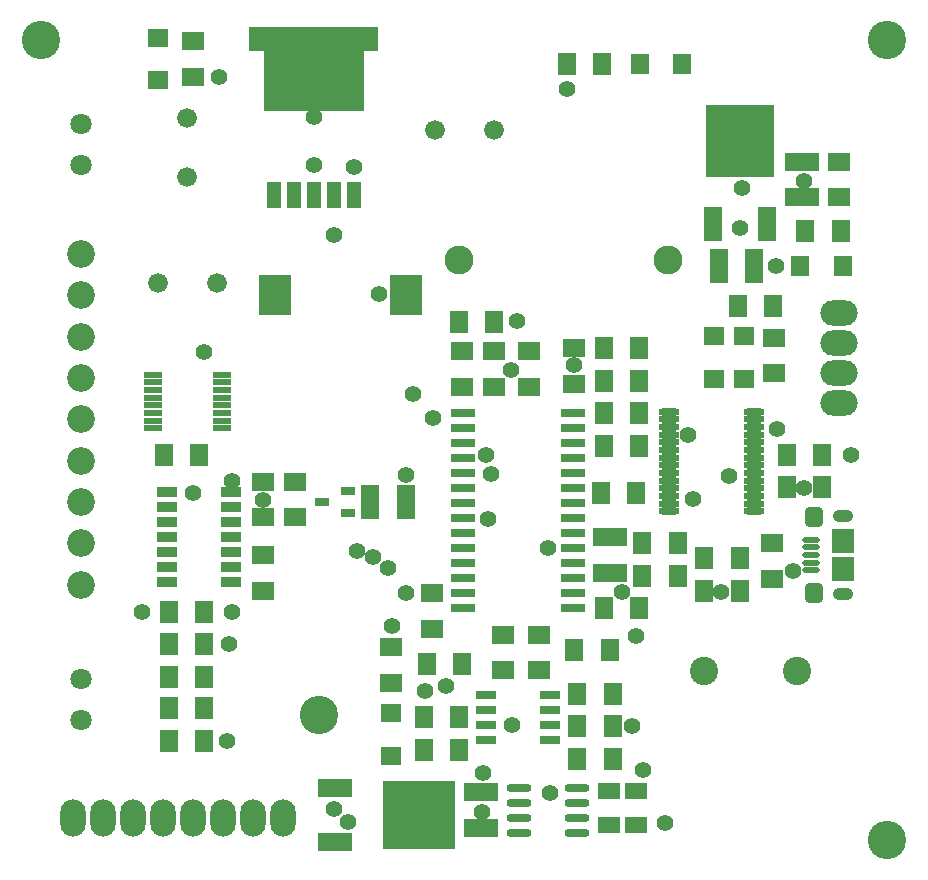
<source format=gts>
G04*
G04 #@! TF.GenerationSoftware,Altium Limited,Altium Designer,21.1.1 (26)*
G04*
G04 Layer_Color=8388736*
%FSLAX25Y25*%
%MOIN*%
G70*
G04*
G04 #@! TF.SameCoordinates,8F0E7BDE-0208-4869-AEA5-3AB6D08E33FE*
G04*
G04*
G04 #@! TF.FilePolarity,Negative*
G04*
G01*
G75*
%ADD17R,0.06496X0.06890*%
%ADD18R,0.07677X0.06102*%
%ADD19R,0.06102X0.07677*%
%ADD20R,0.11221X0.06102*%
%ADD21O,0.05906X0.02165*%
%ADD22R,0.07677X0.08071*%
G04:AMPARAMS|DCode=23|XSize=68.9mil|YSize=61.02mil|CornerRadius=16.73mil|HoleSize=0mil|Usage=FLASHONLY|Rotation=270.000|XOffset=0mil|YOffset=0mil|HoleType=Round|Shape=RoundedRectangle|*
%AMROUNDEDRECTD23*
21,1,0.06890,0.02756,0,0,270.0*
21,1,0.03543,0.06102,0,0,270.0*
1,1,0.03347,-0.01378,-0.01772*
1,1,0.03347,-0.01378,0.01772*
1,1,0.03347,0.01378,0.01772*
1,1,0.03347,0.01378,-0.01772*
%
%ADD23ROUNDEDRECTD23*%
%ADD24R,0.06102X0.11221*%
%ADD25R,0.04724X0.02953*%
%ADD26R,0.04606X0.09095*%
%ADD27R,0.33386X0.28110*%
%ADD28R,0.05453X0.08110*%
%ADD29R,0.07874X0.03150*%
%ADD30R,0.07677X0.05709*%
%ADD31R,0.24410X0.22835*%
%ADD32R,0.11811X0.06299*%
%ADD33O,0.08386X0.02677*%
%ADD34R,0.22835X0.24410*%
%ADD35R,0.06890X0.06496*%
%ADD36O,0.07087X0.02362*%
%ADD37R,0.06594X0.03150*%
%ADD38R,0.06299X0.11811*%
%ADD39R,0.10827X0.13189*%
%ADD40R,0.06693X0.03347*%
%ADD41R,0.06398X0.02362*%
%ADD42C,0.07087*%
%ADD43C,0.09449*%
%ADD44O,0.06890X0.04134*%
%ADD45C,0.06591*%
%ADD46C,0.09252*%
%ADD47C,0.12795*%
%ADD48O,0.08465X0.12402*%
%ADD49O,0.12402X0.08465*%
%ADD50C,0.09646*%
%ADD51C,0.05591*%
D17*
X421201Y441772D02*
D03*
X407028D02*
D03*
X460571Y374449D02*
D03*
X474744D02*
D03*
D18*
X385177Y335079D02*
D03*
Y346890D02*
D03*
X370079Y345905D02*
D03*
Y334095D02*
D03*
X473563Y409094D02*
D03*
Y397284D02*
D03*
X347776Y334095D02*
D03*
Y345905D02*
D03*
X358602Y334095D02*
D03*
Y345905D02*
D03*
X451122Y281929D02*
D03*
Y270118D02*
D03*
X451909Y338622D02*
D03*
Y350433D02*
D03*
X337933Y265197D02*
D03*
Y253386D02*
D03*
X373366Y251417D02*
D03*
Y239606D02*
D03*
X361555Y251417D02*
D03*
Y239606D02*
D03*
X324016Y235433D02*
D03*
Y247244D02*
D03*
X258209Y449252D02*
D03*
Y437441D02*
D03*
X281437Y290591D02*
D03*
Y302402D02*
D03*
Y266181D02*
D03*
Y277992D02*
D03*
X292067Y290591D02*
D03*
Y302402D02*
D03*
D19*
X456043Y311457D02*
D03*
X467854D02*
D03*
X428484Y277008D02*
D03*
X440295D02*
D03*
X419626Y281929D02*
D03*
X407815D02*
D03*
X394035Y298661D02*
D03*
X405847D02*
D03*
X382618Y441772D02*
D03*
X394429D02*
D03*
X473957Y385866D02*
D03*
X462146D02*
D03*
X397972Y210079D02*
D03*
X386161D02*
D03*
X358602Y355748D02*
D03*
X346791D02*
D03*
X440295Y266181D02*
D03*
X428484D02*
D03*
X456043Y300630D02*
D03*
X467854D02*
D03*
X406831Y336063D02*
D03*
X395020D02*
D03*
X406831Y325236D02*
D03*
X395020D02*
D03*
Y260276D02*
D03*
X406831D02*
D03*
X407815Y271102D02*
D03*
X419626D02*
D03*
X439705Y361063D02*
D03*
X451516D02*
D03*
X406831Y346890D02*
D03*
X395020D02*
D03*
X406831Y314409D02*
D03*
X395020D02*
D03*
X346791Y213032D02*
D03*
X334980D02*
D03*
Y223858D02*
D03*
X346791D02*
D03*
X397972Y231732D02*
D03*
X386161D02*
D03*
X397972Y220905D02*
D03*
X386161D02*
D03*
X347776Y241575D02*
D03*
X335965D02*
D03*
X385177Y246496D02*
D03*
X396988D02*
D03*
X261752Y226972D02*
D03*
X249941D02*
D03*
Y259095D02*
D03*
X261752D02*
D03*
X249941Y248304D02*
D03*
X261752D02*
D03*
Y216181D02*
D03*
X249941D02*
D03*
Y237513D02*
D03*
X261752D02*
D03*
X260177Y311457D02*
D03*
X248366D02*
D03*
D20*
X396988Y283898D02*
D03*
Y272087D02*
D03*
X460965Y409094D02*
D03*
Y397284D02*
D03*
X354272Y198858D02*
D03*
Y187047D02*
D03*
D21*
X464213Y280551D02*
D03*
Y283110D02*
D03*
Y272874D02*
D03*
Y275433D02*
D03*
Y277992D02*
D03*
D22*
X474744Y273268D02*
D03*
Y282716D02*
D03*
D23*
X465098Y265394D02*
D03*
Y290591D02*
D03*
D24*
X317264Y295709D02*
D03*
X329075D02*
D03*
X433405Y374449D02*
D03*
X445217D02*
D03*
D25*
X301122Y295709D02*
D03*
X309784Y299449D02*
D03*
Y291968D02*
D03*
D26*
X284980Y398071D02*
D03*
X291673D02*
D03*
X298366D02*
D03*
X305059D02*
D03*
X311752D02*
D03*
D27*
X298366Y440098D02*
D03*
D28*
X317195Y450098D02*
D03*
X279537D02*
D03*
D29*
X348071Y325256D02*
D03*
Y320256D02*
D03*
Y315256D02*
D03*
Y310256D02*
D03*
Y305256D02*
D03*
Y300256D02*
D03*
Y295256D02*
D03*
Y290256D02*
D03*
Y285256D02*
D03*
Y280256D02*
D03*
Y275256D02*
D03*
Y270256D02*
D03*
Y265256D02*
D03*
Y260256D02*
D03*
X384882D02*
D03*
Y265256D02*
D03*
Y270256D02*
D03*
Y275256D02*
D03*
Y280256D02*
D03*
Y285256D02*
D03*
Y290256D02*
D03*
Y295256D02*
D03*
Y300256D02*
D03*
Y305256D02*
D03*
Y310256D02*
D03*
Y315256D02*
D03*
Y320256D02*
D03*
Y325256D02*
D03*
D30*
X405847Y188031D02*
D03*
Y199449D02*
D03*
X396693Y187933D02*
D03*
Y199350D02*
D03*
D31*
X333366Y191378D02*
D03*
D32*
X305453Y200374D02*
D03*
Y182382D02*
D03*
D33*
X386024Y185453D02*
D03*
Y190453D02*
D03*
Y195453D02*
D03*
Y200453D02*
D03*
X366614Y185453D02*
D03*
Y190453D02*
D03*
Y195453D02*
D03*
Y200453D02*
D03*
D34*
X440551Y416142D02*
D03*
D35*
X441772Y351024D02*
D03*
Y336850D02*
D03*
X431732Y350925D02*
D03*
Y336752D02*
D03*
X324016Y225197D02*
D03*
Y211024D02*
D03*
X246398Y436260D02*
D03*
Y450433D02*
D03*
D36*
X445217Y292559D02*
D03*
Y295118D02*
D03*
Y297677D02*
D03*
Y300236D02*
D03*
Y302795D02*
D03*
Y305354D02*
D03*
Y307913D02*
D03*
Y310472D02*
D03*
Y313032D02*
D03*
Y315591D02*
D03*
Y318150D02*
D03*
Y320709D02*
D03*
Y323268D02*
D03*
Y325827D02*
D03*
X416673Y292559D02*
D03*
Y295118D02*
D03*
Y297677D02*
D03*
Y300236D02*
D03*
Y302795D02*
D03*
Y305354D02*
D03*
Y307913D02*
D03*
Y310472D02*
D03*
Y313032D02*
D03*
Y315591D02*
D03*
Y318150D02*
D03*
Y320709D02*
D03*
Y323268D02*
D03*
Y325827D02*
D03*
D37*
X377153Y216358D02*
D03*
Y221358D02*
D03*
Y226358D02*
D03*
Y231358D02*
D03*
X355799D02*
D03*
Y226358D02*
D03*
Y221358D02*
D03*
Y216358D02*
D03*
D38*
X431555Y388228D02*
D03*
X449547D02*
D03*
D39*
X329272Y364606D02*
D03*
X285571D02*
D03*
D40*
X249449Y268898D02*
D03*
Y273898D02*
D03*
Y278898D02*
D03*
Y283898D02*
D03*
Y288898D02*
D03*
Y293898D02*
D03*
Y298898D02*
D03*
X270905D02*
D03*
Y293898D02*
D03*
Y288898D02*
D03*
Y283898D02*
D03*
Y278898D02*
D03*
Y273898D02*
D03*
Y268898D02*
D03*
D41*
X267807Y320216D02*
D03*
Y322776D02*
D03*
Y325335D02*
D03*
Y327894D02*
D03*
Y330453D02*
D03*
Y333012D02*
D03*
Y335571D02*
D03*
Y338130D02*
D03*
X244673D02*
D03*
Y335571D02*
D03*
Y333012D02*
D03*
Y330453D02*
D03*
Y327894D02*
D03*
Y325335D02*
D03*
Y322776D02*
D03*
Y320216D02*
D03*
D42*
X220807Y222874D02*
D03*
Y236653D02*
D03*
Y421693D02*
D03*
Y407913D02*
D03*
D43*
X428484Y239213D02*
D03*
X459587D02*
D03*
D44*
X474744Y265000D02*
D03*
Y290984D02*
D03*
D45*
X358602Y419724D02*
D03*
X338917D02*
D03*
X246398Y368543D02*
D03*
X266083D02*
D03*
X256240Y423661D02*
D03*
Y403976D02*
D03*
D46*
X220807Y378386D02*
D03*
Y364606D02*
D03*
Y350827D02*
D03*
Y337047D02*
D03*
Y323268D02*
D03*
Y309488D02*
D03*
Y295709D02*
D03*
Y281929D02*
D03*
Y268150D02*
D03*
D47*
X300000Y224803D02*
D03*
X489370Y449606D02*
D03*
X207538D02*
D03*
X489370Y183071D02*
D03*
D48*
X268209Y190197D02*
D03*
X258209D02*
D03*
X248209D02*
D03*
X228209D02*
D03*
X288209D02*
D03*
X218209D02*
D03*
X238209D02*
D03*
X278209D02*
D03*
D49*
X473563Y338740D02*
D03*
Y358740D02*
D03*
Y328740D02*
D03*
Y348740D02*
D03*
D50*
X346791Y376417D02*
D03*
X416516D02*
D03*
D51*
X434252Y265748D02*
D03*
X423228Y318110D02*
D03*
X366142Y355906D02*
D03*
X364173Y339764D02*
D03*
X440945Y400394D02*
D03*
X452362Y374410D02*
D03*
X461811Y300394D02*
D03*
X458268Y272835D02*
D03*
X342520Y234252D02*
D03*
X329134Y265354D02*
D03*
X405905Y251181D02*
D03*
X377165Y198819D02*
D03*
X408194Y206299D02*
D03*
X354724Y205512D02*
D03*
X309842Y188976D02*
D03*
X269291Y216142D02*
D03*
X240945Y259055D02*
D03*
X320079Y364961D02*
D03*
X305118Y384646D02*
D03*
X271260Y259055D02*
D03*
X261811Y345669D02*
D03*
X364567Y221260D02*
D03*
X324410Y254331D02*
D03*
X335433Y232677D02*
D03*
X404557Y220866D02*
D03*
X281496Y296346D02*
D03*
X356299Y290158D02*
D03*
X401181Y265748D02*
D03*
X376378Y280315D02*
D03*
X385039Y341339D02*
D03*
X424803Y296850D02*
D03*
X436614Y304331D02*
D03*
X452822Y320092D02*
D03*
X461811Y402756D02*
D03*
X440295Y387039D02*
D03*
X477559Y311417D02*
D03*
X415354Y188583D02*
D03*
X354331Y192520D02*
D03*
X305118Y193307D02*
D03*
X270079Y248425D02*
D03*
X258268Y298819D02*
D03*
X271260Y302756D02*
D03*
X382677Y433465D02*
D03*
X311811Y407480D02*
D03*
X298425Y407874D02*
D03*
Y424016D02*
D03*
X266929Y437402D02*
D03*
X357421Y305157D02*
D03*
X355847Y311457D02*
D03*
X338162Y323694D02*
D03*
X318088Y277481D02*
D03*
X323169Y273661D02*
D03*
X329047Y304758D02*
D03*
X331437Y331535D02*
D03*
X312933Y279398D02*
D03*
M02*

</source>
